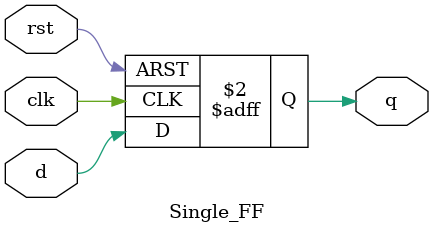
<source format=sv>
`timescale 1ns / 1ps


module Single_FF(
    input logic clk,
    input logic rst,
    input logic d,
    output logic q
    );
    
    always @ (posedge clk, posedge rst) begin
        if (rst) begin
            q   <= 1'b0;
        end
        else begin
            q   <= d;
        end
   end
    
endmodule

</source>
